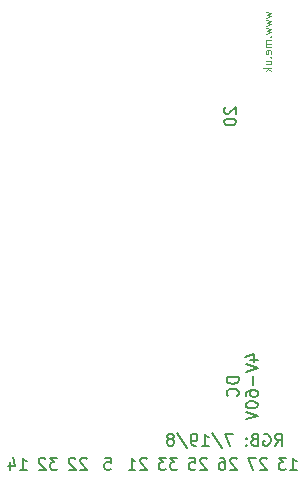
<source format=gbr>
%TF.GenerationSoftware,KiCad,Pcbnew,(6.0.2-0)*%
%TF.CreationDate,2022-03-18T08:32:09+00:00*%
%TF.ProjectId,Epaper154,45706170-6572-4313-9534-2e6b69636164,1*%
%TF.SameCoordinates,Original*%
%TF.FileFunction,Legend,Bot*%
%TF.FilePolarity,Positive*%
%FSLAX46Y46*%
G04 Gerber Fmt 4.6, Leading zero omitted, Abs format (unit mm)*
G04 Created by KiCad (PCBNEW (6.0.2-0)) date 2022-03-18 08:32:09*
%MOMM*%
%LPD*%
G01*
G04 APERTURE LIST*
%ADD10C,0.150000*%
%ADD11C,0.100000*%
G04 APERTURE END LIST*
D10*
X161091619Y-69850095D02*
X161044000Y-69897714D01*
X160996380Y-69992952D01*
X160996380Y-70231047D01*
X161044000Y-70326285D01*
X161091619Y-70373904D01*
X161186857Y-70421523D01*
X161282095Y-70421523D01*
X161424952Y-70373904D01*
X161996380Y-69802476D01*
X161996380Y-70421523D01*
X160996380Y-71040571D02*
X160996380Y-71135809D01*
X161044000Y-71231047D01*
X161091619Y-71278666D01*
X161186857Y-71326285D01*
X161377333Y-71373904D01*
X161615428Y-71373904D01*
X161805904Y-71326285D01*
X161901142Y-71278666D01*
X161948761Y-71231047D01*
X161996380Y-71135809D01*
X161996380Y-71040571D01*
X161948761Y-70945333D01*
X161901142Y-70897714D01*
X161805904Y-70850095D01*
X161615428Y-70802476D01*
X161377333Y-70802476D01*
X161186857Y-70850095D01*
X161091619Y-70897714D01*
X161044000Y-70945333D01*
X160996380Y-71040571D01*
X149351904Y-99623619D02*
X149304285Y-99576000D01*
X149209047Y-99528380D01*
X148970952Y-99528380D01*
X148875714Y-99576000D01*
X148828095Y-99623619D01*
X148780476Y-99718857D01*
X148780476Y-99814095D01*
X148828095Y-99956952D01*
X149399523Y-100528380D01*
X148780476Y-100528380D01*
X148399523Y-99623619D02*
X148351904Y-99576000D01*
X148256666Y-99528380D01*
X148018571Y-99528380D01*
X147923333Y-99576000D01*
X147875714Y-99623619D01*
X147828095Y-99718857D01*
X147828095Y-99814095D01*
X147875714Y-99956952D01*
X148447142Y-100528380D01*
X147828095Y-100528380D01*
X164591904Y-99623619D02*
X164544285Y-99576000D01*
X164449047Y-99528380D01*
X164210952Y-99528380D01*
X164115714Y-99576000D01*
X164068095Y-99623619D01*
X164020476Y-99718857D01*
X164020476Y-99814095D01*
X164068095Y-99956952D01*
X164639523Y-100528380D01*
X164020476Y-100528380D01*
X163687142Y-99528380D02*
X163020476Y-99528380D01*
X163449047Y-100528380D01*
X159511904Y-99623619D02*
X159464285Y-99576000D01*
X159369047Y-99528380D01*
X159130952Y-99528380D01*
X159035714Y-99576000D01*
X158988095Y-99623619D01*
X158940476Y-99718857D01*
X158940476Y-99814095D01*
X158988095Y-99956952D01*
X159559523Y-100528380D01*
X158940476Y-100528380D01*
X158035714Y-99528380D02*
X158511904Y-99528380D01*
X158559523Y-100004571D01*
X158511904Y-99956952D01*
X158416666Y-99909333D01*
X158178571Y-99909333D01*
X158083333Y-99956952D01*
X158035714Y-100004571D01*
X157988095Y-100099809D01*
X157988095Y-100337904D01*
X158035714Y-100433142D01*
X158083333Y-100480761D01*
X158178571Y-100528380D01*
X158416666Y-100528380D01*
X158511904Y-100480761D01*
X158559523Y-100433142D01*
X165297904Y-98496380D02*
X165631238Y-98020190D01*
X165869333Y-98496380D02*
X165869333Y-97496380D01*
X165488380Y-97496380D01*
X165393142Y-97544000D01*
X165345523Y-97591619D01*
X165297904Y-97686857D01*
X165297904Y-97829714D01*
X165345523Y-97924952D01*
X165393142Y-97972571D01*
X165488380Y-98020190D01*
X165869333Y-98020190D01*
X164345523Y-97544000D02*
X164440761Y-97496380D01*
X164583619Y-97496380D01*
X164726476Y-97544000D01*
X164821714Y-97639238D01*
X164869333Y-97734476D01*
X164916952Y-97924952D01*
X164916952Y-98067809D01*
X164869333Y-98258285D01*
X164821714Y-98353523D01*
X164726476Y-98448761D01*
X164583619Y-98496380D01*
X164488380Y-98496380D01*
X164345523Y-98448761D01*
X164297904Y-98401142D01*
X164297904Y-98067809D01*
X164488380Y-98067809D01*
X163536000Y-97972571D02*
X163393142Y-98020190D01*
X163345523Y-98067809D01*
X163297904Y-98163047D01*
X163297904Y-98305904D01*
X163345523Y-98401142D01*
X163393142Y-98448761D01*
X163488380Y-98496380D01*
X163869333Y-98496380D01*
X163869333Y-97496380D01*
X163536000Y-97496380D01*
X163440761Y-97544000D01*
X163393142Y-97591619D01*
X163345523Y-97686857D01*
X163345523Y-97782095D01*
X163393142Y-97877333D01*
X163440761Y-97924952D01*
X163536000Y-97972571D01*
X163869333Y-97972571D01*
X162869333Y-98401142D02*
X162821714Y-98448761D01*
X162869333Y-98496380D01*
X162916952Y-98448761D01*
X162869333Y-98401142D01*
X162869333Y-98496380D01*
X162869333Y-97877333D02*
X162821714Y-97924952D01*
X162869333Y-97972571D01*
X162916952Y-97924952D01*
X162869333Y-97877333D01*
X162869333Y-97972571D01*
X161726476Y-97496380D02*
X161059809Y-97496380D01*
X161488380Y-98496380D01*
X159964571Y-97448761D02*
X160821714Y-98734476D01*
X159107428Y-98496380D02*
X159678857Y-98496380D01*
X159393142Y-98496380D02*
X159393142Y-97496380D01*
X159488380Y-97639238D01*
X159583619Y-97734476D01*
X159678857Y-97782095D01*
X158631238Y-98496380D02*
X158440761Y-98496380D01*
X158345523Y-98448761D01*
X158297904Y-98401142D01*
X158202666Y-98258285D01*
X158155047Y-98067809D01*
X158155047Y-97686857D01*
X158202666Y-97591619D01*
X158250285Y-97544000D01*
X158345523Y-97496380D01*
X158536000Y-97496380D01*
X158631238Y-97544000D01*
X158678857Y-97591619D01*
X158726476Y-97686857D01*
X158726476Y-97924952D01*
X158678857Y-98020190D01*
X158631238Y-98067809D01*
X158536000Y-98115428D01*
X158345523Y-98115428D01*
X158250285Y-98067809D01*
X158202666Y-98020190D01*
X158155047Y-97924952D01*
X157012190Y-97448761D02*
X157869333Y-98734476D01*
X156536000Y-97924952D02*
X156631238Y-97877333D01*
X156678857Y-97829714D01*
X156726476Y-97734476D01*
X156726476Y-97686857D01*
X156678857Y-97591619D01*
X156631238Y-97544000D01*
X156536000Y-97496380D01*
X156345523Y-97496380D01*
X156250285Y-97544000D01*
X156202666Y-97591619D01*
X156155047Y-97686857D01*
X156155047Y-97734476D01*
X156202666Y-97829714D01*
X156250285Y-97877333D01*
X156345523Y-97924952D01*
X156536000Y-97924952D01*
X156631238Y-97972571D01*
X156678857Y-98020190D01*
X156726476Y-98115428D01*
X156726476Y-98305904D01*
X156678857Y-98401142D01*
X156631238Y-98448761D01*
X156536000Y-98496380D01*
X156345523Y-98496380D01*
X156250285Y-98448761D01*
X156202666Y-98401142D01*
X156155047Y-98305904D01*
X156155047Y-98115428D01*
X156202666Y-98020190D01*
X156250285Y-97972571D01*
X156345523Y-97924952D01*
X157019523Y-99528380D02*
X156400476Y-99528380D01*
X156733809Y-99909333D01*
X156590952Y-99909333D01*
X156495714Y-99956952D01*
X156448095Y-100004571D01*
X156400476Y-100099809D01*
X156400476Y-100337904D01*
X156448095Y-100433142D01*
X156495714Y-100480761D01*
X156590952Y-100528380D01*
X156876666Y-100528380D01*
X156971904Y-100480761D01*
X157019523Y-100433142D01*
X156067142Y-99528380D02*
X155448095Y-99528380D01*
X155781428Y-99909333D01*
X155638571Y-99909333D01*
X155543333Y-99956952D01*
X155495714Y-100004571D01*
X155448095Y-100099809D01*
X155448095Y-100337904D01*
X155495714Y-100433142D01*
X155543333Y-100480761D01*
X155638571Y-100528380D01*
X155924285Y-100528380D01*
X156019523Y-100480761D01*
X156067142Y-100433142D01*
X154431904Y-99623619D02*
X154384285Y-99576000D01*
X154289047Y-99528380D01*
X154050952Y-99528380D01*
X153955714Y-99576000D01*
X153908095Y-99623619D01*
X153860476Y-99718857D01*
X153860476Y-99814095D01*
X153908095Y-99956952D01*
X154479523Y-100528380D01*
X153860476Y-100528380D01*
X152908095Y-100528380D02*
X153479523Y-100528380D01*
X153193809Y-100528380D02*
X153193809Y-99528380D01*
X153289047Y-99671238D01*
X153384285Y-99766476D01*
X153479523Y-99814095D01*
X146859523Y-99528380D02*
X146240476Y-99528380D01*
X146573809Y-99909333D01*
X146430952Y-99909333D01*
X146335714Y-99956952D01*
X146288095Y-100004571D01*
X146240476Y-100099809D01*
X146240476Y-100337904D01*
X146288095Y-100433142D01*
X146335714Y-100480761D01*
X146430952Y-100528380D01*
X146716666Y-100528380D01*
X146811904Y-100480761D01*
X146859523Y-100433142D01*
X145859523Y-99623619D02*
X145811904Y-99576000D01*
X145716666Y-99528380D01*
X145478571Y-99528380D01*
X145383333Y-99576000D01*
X145335714Y-99623619D01*
X145288095Y-99718857D01*
X145288095Y-99814095D01*
X145335714Y-99956952D01*
X145907142Y-100528380D01*
X145288095Y-100528380D01*
X166560476Y-100528380D02*
X167131904Y-100528380D01*
X166846190Y-100528380D02*
X166846190Y-99528380D01*
X166941428Y-99671238D01*
X167036666Y-99766476D01*
X167131904Y-99814095D01*
X166227142Y-99528380D02*
X165608095Y-99528380D01*
X165941428Y-99909333D01*
X165798571Y-99909333D01*
X165703333Y-99956952D01*
X165655714Y-100004571D01*
X165608095Y-100099809D01*
X165608095Y-100337904D01*
X165655714Y-100433142D01*
X165703333Y-100480761D01*
X165798571Y-100528380D01*
X166084285Y-100528380D01*
X166179523Y-100480761D01*
X166227142Y-100433142D01*
X150891904Y-99528380D02*
X151368095Y-99528380D01*
X151415714Y-100004571D01*
X151368095Y-99956952D01*
X151272857Y-99909333D01*
X151034761Y-99909333D01*
X150939523Y-99956952D01*
X150891904Y-100004571D01*
X150844285Y-100099809D01*
X150844285Y-100337904D01*
X150891904Y-100433142D01*
X150939523Y-100480761D01*
X151034761Y-100528380D01*
X151272857Y-100528380D01*
X151368095Y-100480761D01*
X151415714Y-100433142D01*
X162051904Y-99623619D02*
X162004285Y-99576000D01*
X161909047Y-99528380D01*
X161670952Y-99528380D01*
X161575714Y-99576000D01*
X161528095Y-99623619D01*
X161480476Y-99718857D01*
X161480476Y-99814095D01*
X161528095Y-99956952D01*
X162099523Y-100528380D01*
X161480476Y-100528380D01*
X160623333Y-99528380D02*
X160813809Y-99528380D01*
X160909047Y-99576000D01*
X160956666Y-99623619D01*
X161051904Y-99766476D01*
X161099523Y-99956952D01*
X161099523Y-100337904D01*
X161051904Y-100433142D01*
X161004285Y-100480761D01*
X160909047Y-100528380D01*
X160718571Y-100528380D01*
X160623333Y-100480761D01*
X160575714Y-100433142D01*
X160528095Y-100337904D01*
X160528095Y-100099809D01*
X160575714Y-100004571D01*
X160623333Y-99956952D01*
X160718571Y-99909333D01*
X160909047Y-99909333D01*
X161004285Y-99956952D01*
X161051904Y-100004571D01*
X161099523Y-100099809D01*
X162207380Y-92710095D02*
X161207380Y-92710095D01*
X161207380Y-92948190D01*
X161255000Y-93091047D01*
X161350238Y-93186285D01*
X161445476Y-93233904D01*
X161635952Y-93281523D01*
X161778809Y-93281523D01*
X161969285Y-93233904D01*
X162064523Y-93186285D01*
X162159761Y-93091047D01*
X162207380Y-92948190D01*
X162207380Y-92710095D01*
X162112142Y-94281523D02*
X162159761Y-94233904D01*
X162207380Y-94091047D01*
X162207380Y-93995809D01*
X162159761Y-93852952D01*
X162064523Y-93757714D01*
X161969285Y-93710095D01*
X161778809Y-93662476D01*
X161635952Y-93662476D01*
X161445476Y-93710095D01*
X161350238Y-93757714D01*
X161255000Y-93852952D01*
X161207380Y-93995809D01*
X161207380Y-94091047D01*
X161255000Y-94233904D01*
X161302619Y-94281523D01*
X163150714Y-91233904D02*
X163817380Y-91233904D01*
X162769761Y-90995809D02*
X163484047Y-90757714D01*
X163484047Y-91376761D01*
X162817380Y-91614857D02*
X163817380Y-91948190D01*
X162817380Y-92281523D01*
X163436428Y-92614857D02*
X163436428Y-93376761D01*
X162817380Y-94281523D02*
X162817380Y-94091047D01*
X162865000Y-93995809D01*
X162912619Y-93948190D01*
X163055476Y-93852952D01*
X163245952Y-93805333D01*
X163626904Y-93805333D01*
X163722142Y-93852952D01*
X163769761Y-93900571D01*
X163817380Y-93995809D01*
X163817380Y-94186285D01*
X163769761Y-94281523D01*
X163722142Y-94329142D01*
X163626904Y-94376761D01*
X163388809Y-94376761D01*
X163293571Y-94329142D01*
X163245952Y-94281523D01*
X163198333Y-94186285D01*
X163198333Y-93995809D01*
X163245952Y-93900571D01*
X163293571Y-93852952D01*
X163388809Y-93805333D01*
X162817380Y-94995809D02*
X162817380Y-95091047D01*
X162865000Y-95186285D01*
X162912619Y-95233904D01*
X163007857Y-95281523D01*
X163198333Y-95329142D01*
X163436428Y-95329142D01*
X163626904Y-95281523D01*
X163722142Y-95233904D01*
X163769761Y-95186285D01*
X163817380Y-95091047D01*
X163817380Y-94995809D01*
X163769761Y-94900571D01*
X163722142Y-94852952D01*
X163626904Y-94805333D01*
X163436428Y-94757714D01*
X163198333Y-94757714D01*
X163007857Y-94805333D01*
X162912619Y-94852952D01*
X162865000Y-94900571D01*
X162817380Y-94995809D01*
X162817380Y-95614857D02*
X163817380Y-95948190D01*
X162817380Y-96281523D01*
X143700476Y-100528380D02*
X144271904Y-100528380D01*
X143986190Y-100528380D02*
X143986190Y-99528380D01*
X144081428Y-99671238D01*
X144176666Y-99766476D01*
X144271904Y-99814095D01*
X142843333Y-99861714D02*
X142843333Y-100528380D01*
X143081428Y-99480761D02*
X143319523Y-100195047D01*
X142700476Y-100195047D01*
D11*
%TO.C,Logo2*%
X164525714Y-61774857D02*
X164959047Y-61898666D01*
X164649523Y-62022476D01*
X164959047Y-62146285D01*
X164525714Y-62270095D01*
X164525714Y-62455809D02*
X164959047Y-62579619D01*
X164649523Y-62703428D01*
X164959047Y-62827238D01*
X164525714Y-62951047D01*
X164525714Y-63136761D02*
X164959047Y-63260571D01*
X164649523Y-63384380D01*
X164959047Y-63508190D01*
X164525714Y-63632000D01*
X164897142Y-63879619D02*
X164928095Y-63910571D01*
X164959047Y-63879619D01*
X164928095Y-63848666D01*
X164897142Y-63879619D01*
X164959047Y-63879619D01*
X164959047Y-64189142D02*
X164525714Y-64189142D01*
X164587619Y-64189142D02*
X164556666Y-64220095D01*
X164525714Y-64282000D01*
X164525714Y-64374857D01*
X164556666Y-64436761D01*
X164618571Y-64467714D01*
X164959047Y-64467714D01*
X164618571Y-64467714D02*
X164556666Y-64498666D01*
X164525714Y-64560571D01*
X164525714Y-64653428D01*
X164556666Y-64715333D01*
X164618571Y-64746285D01*
X164959047Y-64746285D01*
X164928095Y-65303428D02*
X164959047Y-65241523D01*
X164959047Y-65117714D01*
X164928095Y-65055809D01*
X164866190Y-65024857D01*
X164618571Y-65024857D01*
X164556666Y-65055809D01*
X164525714Y-65117714D01*
X164525714Y-65241523D01*
X164556666Y-65303428D01*
X164618571Y-65334380D01*
X164680476Y-65334380D01*
X164742380Y-65024857D01*
X164897142Y-65612952D02*
X164928095Y-65643904D01*
X164959047Y-65612952D01*
X164928095Y-65582000D01*
X164897142Y-65612952D01*
X164959047Y-65612952D01*
X164525714Y-66201047D02*
X164959047Y-66201047D01*
X164525714Y-65922476D02*
X164866190Y-65922476D01*
X164928095Y-65953428D01*
X164959047Y-66015333D01*
X164959047Y-66108190D01*
X164928095Y-66170095D01*
X164897142Y-66201047D01*
X164959047Y-66510571D02*
X164309047Y-66510571D01*
X164711428Y-66572476D02*
X164959047Y-66758190D01*
X164525714Y-66758190D02*
X164773333Y-66510571D01*
%TD*%
M02*

</source>
